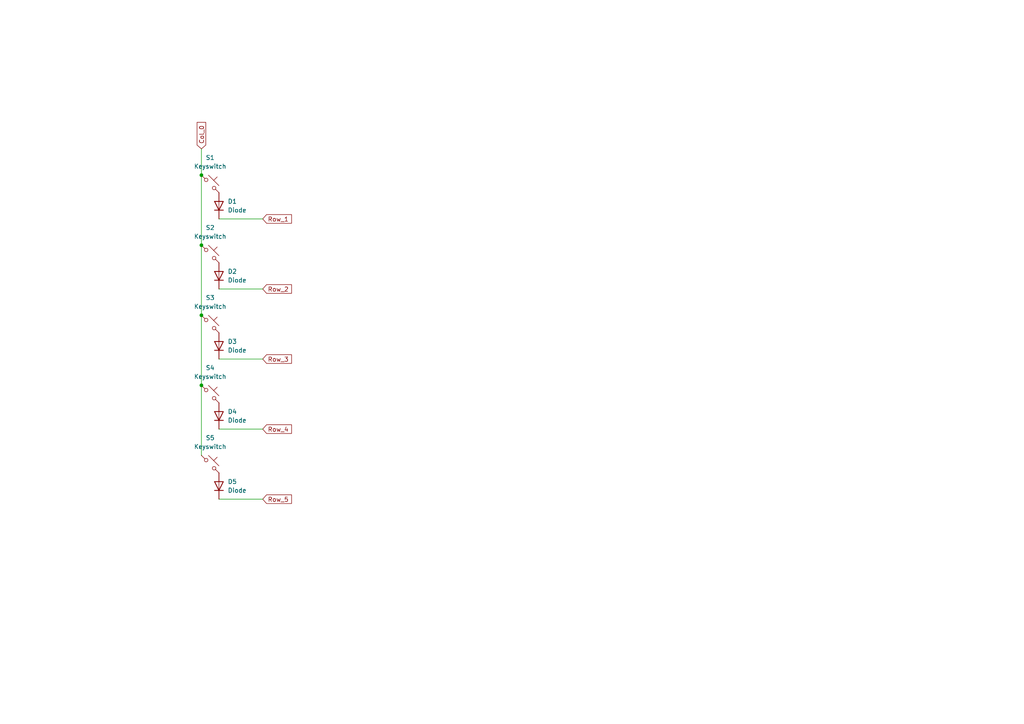
<source format=kicad_sch>
(kicad_sch (version 20230121) (generator eeschema)
  (paper "A4")
  (lib_symbols
    (symbol "ScottoKeebs:Placeholder_Diode" (pin_numbers hide) (pin_names hide)
      (property "Reference" "D" (at 0 2.54 0))
      (property "Value" "Diode" (at 0 -2.54 0))
      (symbol "Placeholder_Diode_0_1"
        (polyline (pts (xy -1.27 1.27) (xy -1.27 -1.27)) (stroke (width 0.254)))
        (polyline (pts (xy 1.27 0) (xy -1.27 0)))
        (polyline (pts (xy 1.27 1.27) (xy 1.27 -1.27) (xy -1.27 0) (xy 1.27 1.27)) (stroke (width 0.254)))
      )
      (symbol "Placeholder_Diode_1_1"
        (pin passive line (at -3.81 0 0) (length 2.54) (name "K") (number "1"))
        (pin passive line (at 3.81 0 180) (length 2.54) (name "A") (number "2"))
      )
    )
    (symbol "ScottoKeebs:Placeholder_Keyswitch" (pin_numbers hide) (pin_names (offset 1.016) hide)
      (property "Reference" "S" (at 3.048 1.016 0))
      (property "Value" "Keyswitch" (at 0 -3.81 0))
      (symbol "Placeholder_Keyswitch_0_1"
        (circle (center -1.1684 1.1684) (radius 0.508))
        (polyline (pts (xy -0.508 2.54) (xy 2.54 -0.508)))
        (polyline (pts (xy 1.016 1.016) (xy 2.032 2.032)))
        (polyline (pts (xy -2.54 2.54) (xy -1.524 1.524) (xy -1.524 1.524)))
        (polyline (pts (xy 1.524 -1.524) (xy 2.54 -2.54) (xy 2.54 -2.54) (xy 2.54 -2.54)))
        (circle (center 1.143 -1.1938) (radius 0.508))
        (pin passive line (at -2.54 2.54 0) (length 0) (name "1") (number "1"))
        (pin passive line (at 2.54 -2.54 180) (length 0) (name "2") (number "2"))
      )
    )
  )
  (junction (at 58.42 50.8))
  (junction (at 58.42 111.76))
  (junction (at 58.42 71.12))
  (junction (at 58.42 91.44))
  (wire (pts (xy 63.5 104.14) (xy 76.2 104.14)))
  (wire (pts (xy 58.42 111.76) (xy 58.42 132.08)))
  (wire (pts (xy 63.5 63.5) (xy 76.2 63.5)))
  (wire (pts (xy 58.42 91.44) (xy 58.42 111.76)))
  (wire (pts (xy 58.42 43.18) (xy 58.42 50.8)))
  (wire (pts (xy 58.42 50.8) (xy 58.42 71.12)))
  (wire (pts (xy 63.5 83.82) (xy 76.2 83.82)))
  (wire (pts (xy 63.5 124.46) (xy 76.2 124.46)))
  (wire (pts (xy 58.42 71.12) (xy 58.42 91.44)))
  (wire (pts (xy 63.5 144.78) (xy 76.2 144.78)))
  (global_label "Row_5" (shape input) (at 76.2 144.78 0) (property "Intersheetrefs" "${INTERSHEET_REFS}" (effects hide)))
  (global_label "Row_3" (shape input) (at 76.2 104.14 0) (property "Intersheetrefs" "${INTERSHEET_REFS}" (effects hide)))
  (global_label "Row_4" (shape input) (at 76.2 124.46 0) (property "Intersheetrefs" "${INTERSHEET_REFS}" (effects hide)))
  (global_label "Col_0" (shape input) (at 58.42 43.18 90) (property "Intersheetrefs" "${INTERSHEET_REFS}" (effects hide)))
  (global_label "Row_1" (shape input) (at 76.2 63.5 0) (property "Intersheetrefs" "${INTERSHEET_REFS}" (effects hide)))
  (global_label "Row_2" (shape input) (at 76.2 83.82 0) (property "Intersheetrefs" "${INTERSHEET_REFS}" (effects hide)))
  (symbol (lib_id "ScottoKeebs:Placeholder_Keyswitch") (at 60.96 53.34 0) (unit 1)
    (property "Reference" "S1" (at 60.96 45.72 0))
    (property "Value" "Keyswitch" (at 60.96 48.26 0))
  )
  (symbol (lib_id "ScottoKeebs:Placeholder_Diode") (at 63.5 59.69 90) (unit 1)
    (property "Reference" "D1" (at 66.04 58.42 90) (effects (justify right)))
    (property "Value" "Diode" (at 66.04 60.96 90) (effects (justify right)))
    (property "Sim.Device" "D" (effects hide))
    (property "Sim.Pins" "1=K 2=A" (effects hide))
  )
  (symbol (lib_id "ScottoKeebs:Placeholder_Keyswitch") (at 60.96 73.66 0) (unit 1)
    (property "Reference" "S2" (at 60.96 66.04 0))
    (property "Value" "Keyswitch" (at 60.96 68.58 0))
  )
  (symbol (lib_id "ScottoKeebs:Placeholder_Diode") (at 63.5 80.01 90) (unit 1)
    (property "Reference" "D2" (at 66.04 78.74 90) (effects (justify right)))
    (property "Value" "Diode" (at 66.04 81.28 90) (effects (justify right)))
    (property "Sim.Device" "D" (effects hide))
    (property "Sim.Pins" "1=K 2=A" (effects hide))
  )
  (symbol (lib_id "ScottoKeebs:Placeholder_Diode") (at 63.5 100.33 90) (unit 1)
    (property "Reference" "D3" (at 66.04 99.06 90) (effects (justify right)))
    (property "Value" "Diode" (at 66.04 101.6 90) (effects (justify right)))
    (property "Sim.Device" "D" (effects hide))
    (property "Sim.Pins" "1=K 2=A" (effects hide))
  )
  (symbol (lib_id "ScottoKeebs:Placeholder_Diode") (at 63.5 140.97 90) (unit 1)
    (property "Reference" "D5" (at 66.04 139.7 90) (effects (justify right)))
    (property "Value" "Diode" (at 66.04 142.24 90) (effects (justify right)))
    (property "Sim.Device" "D" (effects hide))
    (property "Sim.Pins" "1=K 2=A" (effects hide))
  )
  (symbol (lib_id "ScottoKeebs:Placeholder_Diode") (at 63.5 120.65 90) (unit 1)
    (property "Reference" "D4" (at 66.04 119.38 90) (effects (justify right)))
    (property "Value" "Diode" (at 66.04 121.92 90) (effects (justify right)))
    (property "Sim.Device" "D" (effects hide))
    (property "Sim.Pins" "1=K 2=A" (effects hide))
  )
  (symbol (lib_id "ScottoKeebs:Placeholder_Keyswitch") (at 60.96 93.98 0) (unit 1)
    (property "Reference" "S3" (at 60.96 86.36 0))
    (property "Value" "Keyswitch" (at 60.96 88.9 0))
  )
  (symbol (lib_id "ScottoKeebs:Placeholder_Keyswitch") (at 60.96 134.62 0) (unit 1)
    (property "Reference" "S5" (at 60.96 127 0))
    (property "Value" "Keyswitch" (at 60.96 129.54 0))
  )
  (symbol (lib_id "ScottoKeebs:Placeholder_Keyswitch") (at 60.96 114.3 0) (unit 1)
    (property "Reference" "S4" (at 60.96 106.68 0))
    (property "Value" "Keyswitch" (at 60.96 109.22 0))
  )
)
</source>
